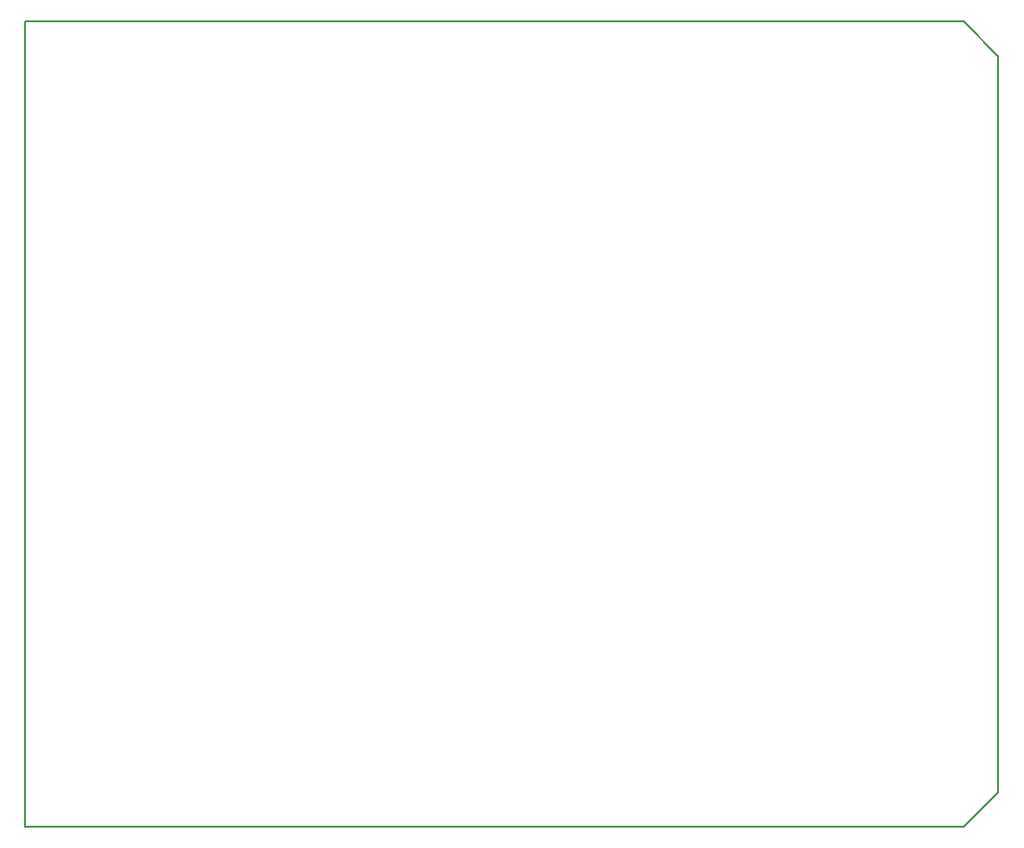
<source format=gm1>
G04 #@! TF.GenerationSoftware,KiCad,Pcbnew,5.1.5+dfsg1-2~bpo10+1*
G04 #@! TF.CreationDate,2020-04-06T16:16:15-04:00*
G04 #@! TF.ProjectId,EDIT_C,45444954-5f43-42e6-9b69-6361645f7063,0.10.a*
G04 #@! TF.SameCoordinates,Original*
G04 #@! TF.FileFunction,Profile,NP*
%FSLAX46Y46*%
G04 Gerber Fmt 4.6, Leading zero omitted, Abs format (unit mm)*
G04 Created by KiCad (PCBNEW 5.1.5+dfsg1-2~bpo10+1) date 2020-04-06 16:16:15*
%MOMM*%
%LPD*%
G04 APERTURE LIST*
%ADD10C,0.200000*%
G04 APERTURE END LIST*
D10*
X98425000Y-115570000D02*
X12700000Y-115570000D01*
X20320000Y-41910000D02*
X98425000Y-41910000D01*
X101600000Y-45085000D02*
X101600000Y-46355000D01*
X101600000Y-45085000D02*
X98425000Y-41910000D01*
X101600000Y-112395000D02*
X101600000Y-46355000D01*
X101600000Y-112395000D02*
X98425000Y-115570000D01*
X12700000Y-60960000D02*
X12700000Y-41910000D01*
X12700000Y-114300000D02*
X12700000Y-115570000D01*
X12700000Y-41910000D02*
X19050000Y-41910000D01*
X12700000Y-69850000D02*
X12700000Y-60960000D01*
X12700000Y-69850000D02*
X12700000Y-114300000D01*
X20320000Y-41910000D02*
X19050000Y-41910000D01*
M02*

</source>
